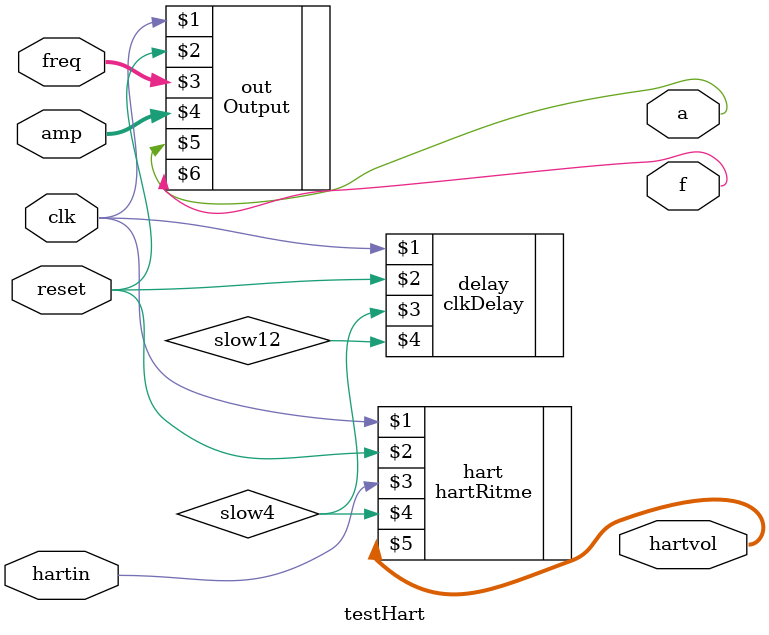
<source format=v>
module testHart (
	input clk,
	input reset,
	input hartin,
	input [3:0] freq,
	input [3:0] amp,
	output [7:0] hartvol,
	output f,
	output a
	);
	
	wire slow4;
	wire slow12;
	
	clkDelay	  delay(clk		, reset		, slow4, slow12);
	//deltaStressHart hartVolume (reset, slow4, slow12, hartvol[4:1], daal, gelijk);
	hartRitme	  hart (clk		, reset, hartin,slow4,  hartvol  );
	Output        out  (clk,reset,freq,amp,a,f);
	
endmodule

</source>
